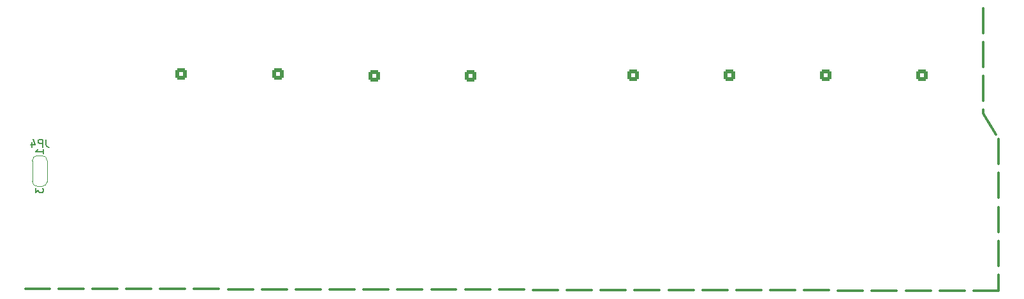
<source format=gbo>
G04 #@! TF.GenerationSoftware,KiCad,Pcbnew,9.0.0*
G04 #@! TF.CreationDate,2025-04-08T11:49:15-04:00*
G04 #@! TF.ProjectId,PCB_control,5043425f-636f-46e7-9472-6f6c2e6b6963,rev?*
G04 #@! TF.SameCoordinates,Original*
G04 #@! TF.FileFunction,Legend,Bot*
G04 #@! TF.FilePolarity,Positive*
%FSLAX46Y46*%
G04 Gerber Fmt 4.6, Leading zero omitted, Abs format (unit mm)*
G04 Created by KiCad (PCBNEW 9.0.0) date 2025-04-08 11:49:15*
%MOMM*%
%LPD*%
G01*
G04 APERTURE LIST*
G04 Aperture macros list*
%AMRoundRect*
0 Rectangle with rounded corners*
0 $1 Rounding radius*
0 $2 $3 $4 $5 $6 $7 $8 $9 X,Y pos of 4 corners*
0 Add a 4 corners polygon primitive as box body*
4,1,4,$2,$3,$4,$5,$6,$7,$8,$9,$2,$3,0*
0 Add four circle primitives for the rounded corners*
1,1,$1+$1,$2,$3*
1,1,$1+$1,$4,$5*
1,1,$1+$1,$6,$7*
1,1,$1+$1,$8,$9*
0 Add four rect primitives between the rounded corners*
20,1,$1+$1,$2,$3,$4,$5,0*
20,1,$1+$1,$4,$5,$6,$7,0*
20,1,$1+$1,$6,$7,$8,$9,0*
20,1,$1+$1,$8,$9,$2,$3,0*%
%AMFreePoly0*
4,1,23,0.550000,-0.750000,0.000000,-0.750000,0.000000,-0.745722,-0.065263,-0.745722,-0.191342,-0.711940,-0.304381,-0.646677,-0.396677,-0.554381,-0.461940,-0.441342,-0.495722,-0.315263,-0.495722,-0.250000,-0.500000,-0.250000,-0.500000,0.250000,-0.495722,0.250000,-0.495722,0.315263,-0.461940,0.441342,-0.396677,0.554381,-0.304381,0.646677,-0.191342,0.711940,-0.065263,0.745722,0.000000,0.745722,
0.000000,0.750000,0.550000,0.750000,0.550000,-0.750000,0.550000,-0.750000,$1*%
%AMFreePoly1*
4,1,23,0.000000,0.745722,0.065263,0.745722,0.191342,0.711940,0.304381,0.646677,0.396677,0.554381,0.461940,0.441342,0.495722,0.315263,0.495722,0.250000,0.500000,0.250000,0.500000,-0.250000,0.495722,-0.250000,0.495722,-0.315263,0.461940,-0.441342,0.396677,-0.554381,0.304381,-0.646677,0.191342,-0.711940,0.065263,-0.745722,0.000000,-0.745722,0.000000,-0.750000,-0.550000,-0.750000,
-0.550000,0.750000,0.000000,0.750000,0.000000,0.745722,0.000000,0.745722,$1*%
G04 Aperture macros list end*
%ADD10C,0.300000*%
%ADD11C,0.150000*%
%ADD12C,0.120000*%
%ADD13C,1.500000*%
%ADD14C,3.000000*%
%ADD15RoundRect,0.250001X-0.499999X-0.499999X0.499999X-0.499999X0.499999X0.499999X-0.499999X0.499999X0*%
%ADD16FreePoly0,270.000000*%
%ADD17R,1.500000X1.000000*%
%ADD18FreePoly1,270.000000*%
%ADD19RoundRect,0.250000X0.600000X0.750000X-0.600000X0.750000X-0.600000X-0.750000X0.600000X-0.750000X0*%
%ADD20O,1.700000X2.000000*%
%ADD21RoundRect,0.250000X0.600000X0.725000X-0.600000X0.725000X-0.600000X-0.725000X0.600000X-0.725000X0*%
%ADD22O,1.700000X1.950000*%
%ADD23RoundRect,0.250000X-0.600000X-0.750000X0.600000X-0.750000X0.600000X0.750000X-0.600000X0.750000X0*%
%ADD24R,1.500000X1.050000*%
%ADD25O,1.500000X1.050000*%
%ADD26R,1.803400X1.803400*%
%ADD27C,1.803400*%
%ADD28RoundRect,0.250000X0.725000X-0.600000X0.725000X0.600000X-0.725000X0.600000X-0.725000X-0.600000X0*%
%ADD29O,1.950000X1.700000*%
%ADD30R,1.320800X1.320800*%
%ADD31C,1.320800*%
%ADD32R,2.600000X2.600000*%
%ADD33O,2.600000X2.600000*%
%ADD34R,1.600000X1.600000*%
%ADD35C,1.600000*%
%ADD36C,2.159000*%
%ADD37RoundRect,0.250000X-0.600000X-0.725000X0.600000X-0.725000X0.600000X0.725000X-0.600000X0.725000X0*%
%ADD38RoundRect,0.250000X-0.725000X0.600000X-0.725000X-0.600000X0.725000X-0.600000X0.725000X0.600000X0*%
%ADD39R,1.524000X1.524000*%
%ADD40C,1.524000*%
%ADD41RoundRect,0.250000X-0.750000X0.600000X-0.750000X-0.600000X0.750000X-0.600000X0.750000X0.600000X0*%
%ADD42O,2.000000X1.700000*%
G04 APERTURE END LIST*
D10*
X147600000Y-21360000D02*
X147602359Y-24659999D01*
X147603217Y-25859999D02*
X147605575Y-29159998D01*
X147606433Y-30359998D02*
X147608792Y-33659997D01*
X147609650Y-34859997D02*
X147610000Y-35350000D01*
X149630000Y-38770000D02*
X149631639Y-42070000D01*
X149632235Y-43269999D02*
X149633875Y-46569999D01*
X149634471Y-47769999D02*
X149636110Y-51069998D01*
X149636706Y-52269998D02*
X149638346Y-55569998D01*
X149638942Y-56769998D02*
X149639999Y-58900000D01*
X147610000Y-35350000D02*
X149288247Y-38191388D01*
X149640000Y-58900000D02*
X146340007Y-58893103D01*
X145140010Y-58890595D02*
X141840017Y-58883698D01*
X140640020Y-58881191D02*
X137340027Y-58874294D01*
X136140029Y-58871786D02*
X132840037Y-58864889D01*
X131640039Y-58862381D02*
X128340047Y-58855484D01*
X127140049Y-58852976D02*
X123840056Y-58846080D01*
X122640059Y-58843572D02*
X119340066Y-58836675D01*
X118140069Y-58834167D02*
X114840076Y-58827270D01*
X113640079Y-58824762D02*
X110340086Y-58817865D01*
X109140088Y-58815357D02*
X105840096Y-58808461D01*
X104640098Y-58805953D02*
X101340105Y-58799056D01*
X100140108Y-58796548D02*
X96840115Y-58789651D01*
X95640118Y-58787143D02*
X92340125Y-58780246D01*
X91140128Y-58777738D02*
X87840135Y-58770842D01*
X86640138Y-58768334D02*
X83340145Y-58761437D01*
X82140147Y-58758929D02*
X78840155Y-58752032D01*
X77640157Y-58749524D02*
X74340164Y-58742627D01*
X73140167Y-58740120D02*
X69840174Y-58733223D01*
X68640177Y-58730715D02*
X65340184Y-58723818D01*
X64140187Y-58721310D02*
X60840194Y-58714413D01*
X59640197Y-58711905D02*
X56340204Y-58705009D01*
X55140206Y-58702501D02*
X51840214Y-58695604D01*
X50640216Y-58693096D02*
X47340223Y-58686199D01*
X46140226Y-58683691D02*
X42840233Y-58676794D01*
X41640236Y-58674286D02*
X38340243Y-58667390D01*
X37140246Y-58664882D02*
X33840253Y-58657985D01*
X32640256Y-58655477D02*
X29340263Y-58648580D01*
X28140265Y-58646072D02*
X24840273Y-58639175D01*
X23640275Y-58636667D02*
X20450000Y-58630001D01*
D11*
X23173333Y-38804819D02*
X23173333Y-39519104D01*
X23173333Y-39519104D02*
X23220952Y-39661961D01*
X23220952Y-39661961D02*
X23316190Y-39757200D01*
X23316190Y-39757200D02*
X23459047Y-39804819D01*
X23459047Y-39804819D02*
X23554285Y-39804819D01*
X22697142Y-39804819D02*
X22697142Y-38804819D01*
X22697142Y-38804819D02*
X22316190Y-38804819D01*
X22316190Y-38804819D02*
X22220952Y-38852438D01*
X22220952Y-38852438D02*
X22173333Y-38900057D01*
X22173333Y-38900057D02*
X22125714Y-38995295D01*
X22125714Y-38995295D02*
X22125714Y-39138152D01*
X22125714Y-39138152D02*
X22173333Y-39233390D01*
X22173333Y-39233390D02*
X22220952Y-39281009D01*
X22220952Y-39281009D02*
X22316190Y-39328628D01*
X22316190Y-39328628D02*
X22697142Y-39328628D01*
X21268571Y-39138152D02*
X21268571Y-39804819D01*
X21506666Y-38757200D02*
X21744761Y-39471485D01*
X21744761Y-39471485D02*
X21125714Y-39471485D01*
X22794819Y-40685714D02*
X22794819Y-40114286D01*
X22794819Y-40400000D02*
X21794819Y-40400000D01*
X21794819Y-40400000D02*
X21937676Y-40304762D01*
X21937676Y-40304762D02*
X22032914Y-40209524D01*
X22032914Y-40209524D02*
X22080533Y-40114286D01*
X21794819Y-45266667D02*
X21794819Y-45885714D01*
X21794819Y-45885714D02*
X22175771Y-45552381D01*
X22175771Y-45552381D02*
X22175771Y-45695238D01*
X22175771Y-45695238D02*
X22223390Y-45790476D01*
X22223390Y-45790476D02*
X22271009Y-45838095D01*
X22271009Y-45838095D02*
X22366247Y-45885714D01*
X22366247Y-45885714D02*
X22604342Y-45885714D01*
X22604342Y-45885714D02*
X22699580Y-45838095D01*
X22699580Y-45838095D02*
X22747200Y-45790476D01*
X22747200Y-45790476D02*
X22794819Y-45695238D01*
X22794819Y-45695238D02*
X22794819Y-45409524D01*
X22794819Y-45409524D02*
X22747200Y-45314286D01*
X22747200Y-45314286D02*
X22699580Y-45266667D01*
D12*
X22640000Y-40950000D02*
X22040000Y-40950000D01*
X21340000Y-41600000D02*
X21340000Y-44400000D01*
X23340000Y-44400000D02*
X23340000Y-41600000D01*
X22040000Y-45050000D02*
X22640000Y-45050000D01*
X21340000Y-41650000D02*
G75*
G02*
X22040000Y-40950000I699999J1D01*
G01*
X22640000Y-40950000D02*
G75*
G02*
X23340000Y-41650000I1J-699999D01*
G01*
X22040000Y-45050000D02*
G75*
G02*
X21340000Y-44350000I0J700000D01*
G01*
X23340000Y-44350000D02*
G75*
G02*
X22640000Y-45050000I-700000J0D01*
G01*
%LPC*%
G36*
X21590000Y-42250000D02*
G01*
X23090000Y-42250000D01*
X23090000Y-43750000D01*
X21590000Y-43750000D01*
X21590000Y-42250000D01*
G37*
D13*
X41130000Y-33120000D03*
D14*
X41130000Y-25800000D03*
D15*
X41130000Y-30120000D03*
D16*
X22340000Y-41700000D03*
D17*
X22340000Y-43000000D03*
D18*
X22340000Y-44300000D03*
D19*
X115590000Y-97540000D03*
D20*
X113090000Y-97540000D03*
D21*
X133990000Y-122640000D03*
D22*
X131490000Y-122640000D03*
X128990000Y-122640000D03*
X126490000Y-122640000D03*
D23*
X113065000Y-114965000D03*
D20*
X115565000Y-114965000D03*
D14*
X101175000Y-26000000D03*
D15*
X101175000Y-30320000D03*
D13*
X101175000Y-33320000D03*
D24*
X67499900Y-66971100D03*
D25*
X67499900Y-68241100D03*
X67499900Y-69511100D03*
D19*
X154075000Y-28525000D03*
D20*
X151575000Y-28525000D03*
D26*
X103009500Y-56307750D03*
D27*
X109003900Y-54301150D03*
X109003900Y-42109150D03*
X97015100Y-42109150D03*
X97015100Y-54301150D03*
D28*
X159550000Y-67575000D03*
D29*
X159550000Y-65075000D03*
X159550000Y-62575000D03*
D19*
X118250000Y-85325000D03*
D20*
X115750000Y-85325000D03*
D14*
X126733214Y-26000000D03*
D15*
X126733214Y-30320000D03*
D13*
X126733214Y-33320000D03*
D24*
X152682750Y-60157750D03*
D25*
X152682750Y-61427750D03*
X152682750Y-62697750D03*
D30*
X96459400Y-92200000D03*
D31*
X91379400Y-92200000D03*
D32*
X25262750Y-71307750D03*
D33*
X40502750Y-71307750D03*
D34*
X105515000Y-112482621D03*
D35*
X105515000Y-114982621D03*
D14*
X79504107Y-26025000D03*
D15*
X79504107Y-30345000D03*
D13*
X79504107Y-33345000D03*
D24*
X123522750Y-67562750D03*
D25*
X123522750Y-68832750D03*
X123522750Y-70102750D03*
D32*
X39555000Y-61775600D03*
D33*
X54795000Y-61775600D03*
D32*
X132374000Y-62107750D03*
D33*
X147614000Y-62107750D03*
D36*
X144400000Y-82175000D03*
X152000000Y-82175000D03*
D26*
X121476750Y-56307750D03*
D27*
X127471150Y-54301150D03*
X127471150Y-42109150D03*
X115482350Y-42109150D03*
X115482350Y-54301150D03*
D37*
X38215000Y-122115000D03*
D22*
X40715000Y-122115000D03*
X43215000Y-122115000D03*
X45715000Y-122115000D03*
X48215000Y-122115000D03*
X50715000Y-122115000D03*
X53215000Y-122115000D03*
X55715000Y-122115000D03*
X58215000Y-122115000D03*
X60715000Y-122115000D03*
X63215000Y-122115000D03*
X65715000Y-122115000D03*
X68215000Y-122115000D03*
X70715000Y-122115000D03*
X73215000Y-122115000D03*
X75715000Y-122115000D03*
X78215000Y-122115000D03*
X80715000Y-122115000D03*
X83215000Y-122115000D03*
X85715000Y-122115000D03*
D38*
X164300000Y-102625000D03*
D29*
X164300000Y-105125000D03*
X164300000Y-107625000D03*
X164300000Y-110125000D03*
D26*
X65594400Y-55966100D03*
D27*
X71588800Y-53959500D03*
X71588800Y-41767500D03*
X59600000Y-41767500D03*
X59600000Y-53959500D03*
D19*
X115590000Y-106240000D03*
D20*
X113090000Y-106240000D03*
D39*
X63630000Y-92190000D03*
D40*
X61090000Y-92190000D03*
X58550000Y-92190000D03*
X56010000Y-92190000D03*
X53470000Y-92190000D03*
X50930000Y-92190000D03*
X48390000Y-92190000D03*
X45850000Y-92190000D03*
X43310000Y-92190000D03*
X40770000Y-92190000D03*
X38230000Y-92190000D03*
X35690000Y-92190000D03*
X33150000Y-92190000D03*
X30610000Y-92190000D03*
X28070000Y-92190000D03*
X25530000Y-92190000D03*
X22990000Y-92190000D03*
X63630000Y-115050000D03*
X61090000Y-115050000D03*
X58550000Y-115050000D03*
X56010000Y-115050000D03*
X53470000Y-115050000D03*
X50930000Y-115050000D03*
X48390000Y-115050000D03*
X45850000Y-115050000D03*
X43310000Y-115050000D03*
X40770000Y-115050000D03*
X38230000Y-115050000D03*
X35690000Y-115050000D03*
X33150000Y-115050000D03*
X30610000Y-115050000D03*
X28070000Y-115050000D03*
X25530000Y-115050000D03*
X22990000Y-115050000D03*
D24*
X48982750Y-66925600D03*
D25*
X48982750Y-68195600D03*
X48982750Y-69465600D03*
D23*
X144700000Y-93775000D03*
D20*
X147200000Y-93775000D03*
D30*
X123390000Y-101465000D03*
D31*
X128470000Y-101465000D03*
D19*
X127800000Y-85325000D03*
D20*
X125300000Y-85325000D03*
D32*
X58024400Y-61766100D03*
D33*
X73264400Y-61766100D03*
D24*
X104807750Y-67442750D03*
D25*
X104807750Y-68712750D03*
X104807750Y-69982750D03*
D24*
X141797750Y-67657750D03*
D25*
X141797750Y-68927750D03*
X141797750Y-70197750D03*
D26*
X47125000Y-55975600D03*
D27*
X53119400Y-53969000D03*
X53119400Y-41777000D03*
X41130600Y-41777000D03*
X41130600Y-53969000D03*
D24*
X40490000Y-76330000D03*
D25*
X40490000Y-77600000D03*
X40490000Y-78870000D03*
D14*
X53945893Y-25790000D03*
D15*
X53945893Y-30110000D03*
D13*
X53945893Y-33110000D03*
D23*
X123940000Y-93965000D03*
D20*
X126440000Y-93965000D03*
D30*
X32390000Y-119730600D03*
D31*
X32390000Y-124810600D03*
D32*
X119225000Y-123000000D03*
D33*
X103985000Y-123000000D03*
D26*
X84350000Y-56125600D03*
D27*
X90344400Y-54119000D03*
X90344400Y-41927000D03*
X78355600Y-41927000D03*
X78355600Y-54119000D03*
D28*
X159625000Y-79375000D03*
D29*
X159625000Y-76875000D03*
X159625000Y-74375000D03*
D26*
X139944000Y-56307750D03*
D27*
X145938400Y-54301150D03*
X145938400Y-42109150D03*
X133949600Y-42109150D03*
X133949600Y-54301150D03*
D32*
X153082750Y-39987750D03*
D33*
X153082750Y-55227750D03*
D24*
X34747750Y-76437750D03*
D25*
X34747750Y-77707750D03*
X34747750Y-78977750D03*
D28*
X159550000Y-55475000D03*
D29*
X159550000Y-52975000D03*
X159550000Y-50475000D03*
D24*
X39815000Y-85105000D03*
D25*
X39815000Y-86375000D03*
X39815000Y-87645000D03*
D14*
X139512321Y-26000000D03*
D15*
X139512321Y-30320000D03*
D13*
X139512321Y-33320000D03*
D32*
X95439500Y-62107750D03*
D33*
X110679500Y-62107750D03*
D19*
X137425000Y-85350000D03*
D20*
X134925000Y-85350000D03*
D34*
X84790000Y-111940000D03*
D35*
X84790000Y-115440000D03*
D38*
X164300000Y-87950000D03*
D29*
X164300000Y-90450000D03*
X164300000Y-92950000D03*
X164300000Y-95450000D03*
D32*
X113906750Y-62107750D03*
D33*
X129146750Y-62107750D03*
D19*
X108900000Y-85325000D03*
D20*
X106400000Y-85325000D03*
D27*
X26795250Y-40462948D03*
X34295250Y-65462950D03*
X34295250Y-50462948D03*
X34295250Y-45462948D03*
X34295250Y-40462948D03*
X26795250Y-45462948D03*
X26795250Y-50462948D03*
X26795250Y-65462950D03*
D41*
X25525000Y-82725000D03*
D42*
X25525000Y-85225000D03*
D19*
X50525000Y-78750000D03*
D20*
X48025000Y-78750000D03*
D24*
X86375000Y-67025600D03*
D25*
X86375000Y-68295600D03*
X86375000Y-69565600D03*
D32*
X60120000Y-86575000D03*
D33*
X44880000Y-86575000D03*
D30*
X78440000Y-92774400D03*
D31*
X78440000Y-87694400D03*
D14*
X66725000Y-26025000D03*
D15*
X66725000Y-30345000D03*
D13*
X66725000Y-33345000D03*
D32*
X76780000Y-61925600D03*
D33*
X92020000Y-61925600D03*
D21*
X149990000Y-122590000D03*
D22*
X147490000Y-122590000D03*
X144990000Y-122590000D03*
X142490000Y-122590000D03*
D14*
X113954107Y-26000000D03*
D15*
X113954107Y-30320000D03*
D13*
X113954107Y-33320000D03*
D28*
X159625000Y-43525000D03*
D29*
X159625000Y-41025000D03*
X159625000Y-38525000D03*
D19*
X108850000Y-77625000D03*
D20*
X106350000Y-77625000D03*
%LPD*%
M02*

</source>
